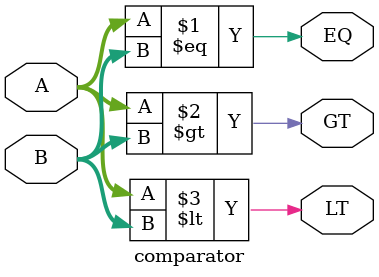
<source format=v>
`timescale 1ns / 1ps


module comparator #(
    parameter N = 4
    )(
    input [N-1:0] A,
    input [N-1:0] B,
    output GT, LT, EQ
    );
    
    assign EQ = (A == B);
    assign GT = (A > B);
    assign LT = (A < B);
    
endmodule


</source>
